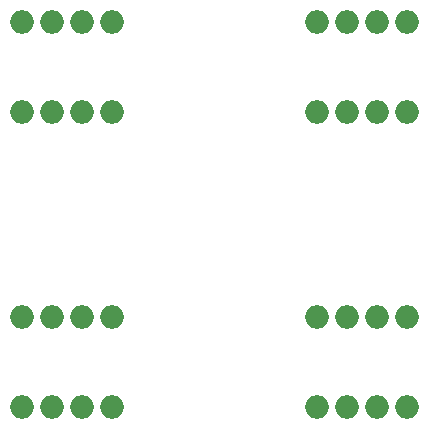
<source format=gbs>
G04 #@! TF.FileFunction,Soldermask,Bot*
%FSLAX46Y46*%
G04 Gerber Fmt 4.6, Leading zero omitted, Abs format (unit mm)*
G04 Created by KiCad (PCBNEW 0.201603210401+6634~43~ubuntu14.04.1-product) date mån 28 mar 2016 19:03:26*
%MOMM*%
G01*
G04 APERTURE LIST*
%ADD10C,0.100000*%
%ADD11O,2.000000X2.000000*%
G04 APERTURE END LIST*
D10*
D11*
X105156000Y-137490200D03*
X107696000Y-137490200D03*
X110236000Y-137490200D03*
X112776000Y-137490200D03*
X112776000Y-129870200D03*
X110236000Y-129870200D03*
X107696000Y-129870200D03*
X105156000Y-129870200D03*
X130124200Y-137515600D03*
X132664200Y-137515600D03*
X135204200Y-137515600D03*
X137744200Y-137515600D03*
X137744200Y-129895600D03*
X135204200Y-129895600D03*
X132664200Y-129895600D03*
X130124200Y-129895600D03*
X130124200Y-112522000D03*
X132664200Y-112522000D03*
X135204200Y-112522000D03*
X137744200Y-112522000D03*
X137744200Y-104902000D03*
X135204200Y-104902000D03*
X132664200Y-104902000D03*
X130124200Y-104902000D03*
X105156000Y-112522000D03*
X107696000Y-112522000D03*
X110236000Y-112522000D03*
X112776000Y-112522000D03*
X112776000Y-104902000D03*
X110236000Y-104902000D03*
X107696000Y-104902000D03*
X105156000Y-104902000D03*
M02*

</source>
